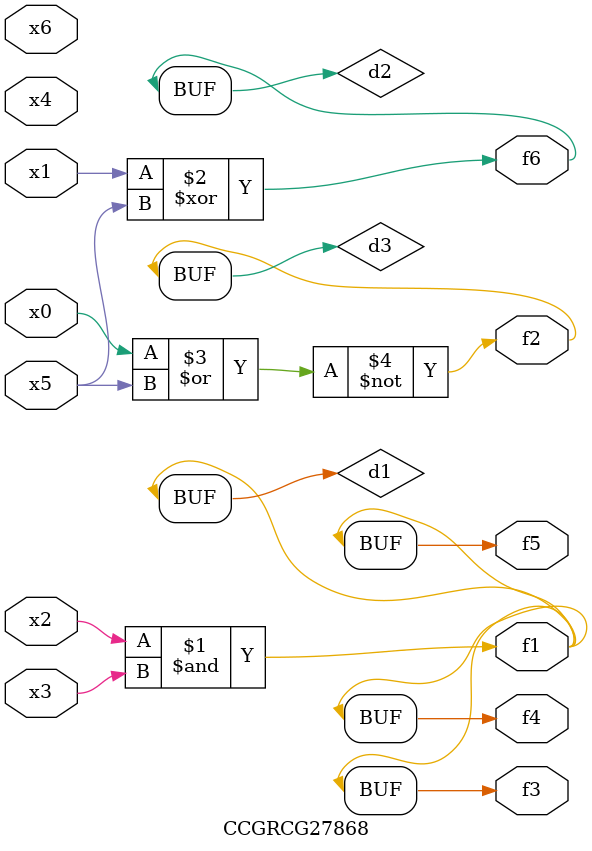
<source format=v>
module CCGRCG27868(
	input x0, x1, x2, x3, x4, x5, x6,
	output f1, f2, f3, f4, f5, f6
);

	wire d1, d2, d3;

	and (d1, x2, x3);
	xor (d2, x1, x5);
	nor (d3, x0, x5);
	assign f1 = d1;
	assign f2 = d3;
	assign f3 = d1;
	assign f4 = d1;
	assign f5 = d1;
	assign f6 = d2;
endmodule

</source>
